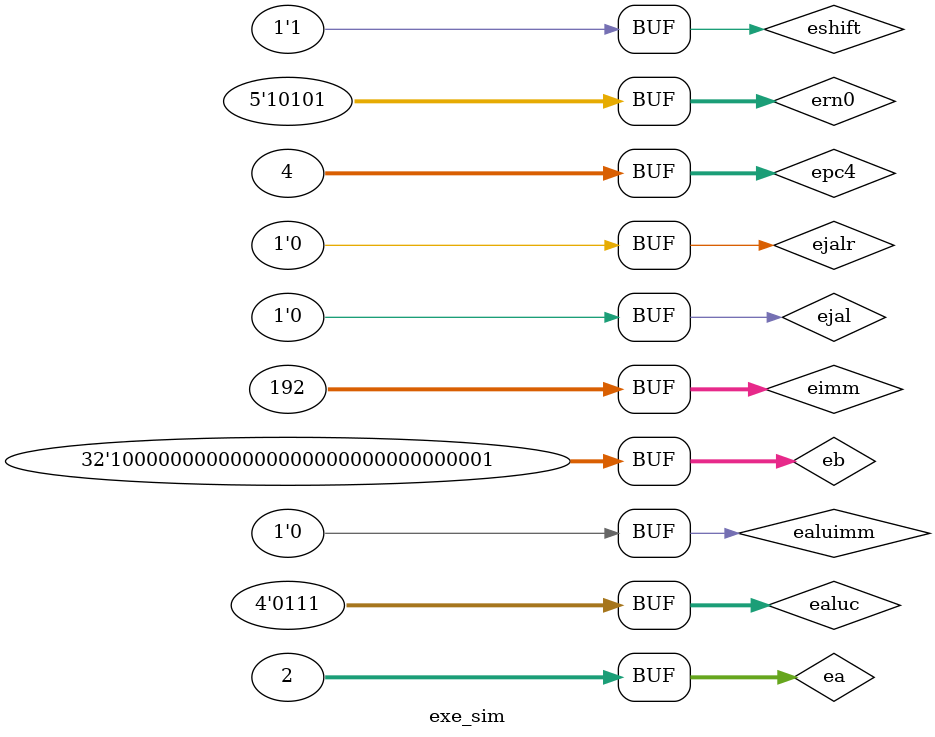
<source format=v>
`timescale 1ns / 1ps


module exe_sim();
    reg [31:0] ea,eb,eimm,epc4;
    reg [4:0] ern0;
    reg [3:0] ealuc;
    reg  ealuimm,eshift,ejal,ejalr;
    wire [31:0] ealu;
    wire [4:0] ern;
    pipeexe exe(ealuc,ealuimm,ea,eb,eimm,eshift,ern0,epc4,ejal,ejalr,ern,ealu);
    always 
    begin
                ea=32'h00000002;
                eb=32'h80000001;
                eimm = 32'h000000c0;
                epc4 = 32'h00000004;
                ern0 = 5'b10101;
                ealuc = 4'b0111;
                ealuimm = 0;
                eshift = 1;
                ejal = 0;
                ejalr = 0;
                #500;
                
    end
endmodule

</source>
